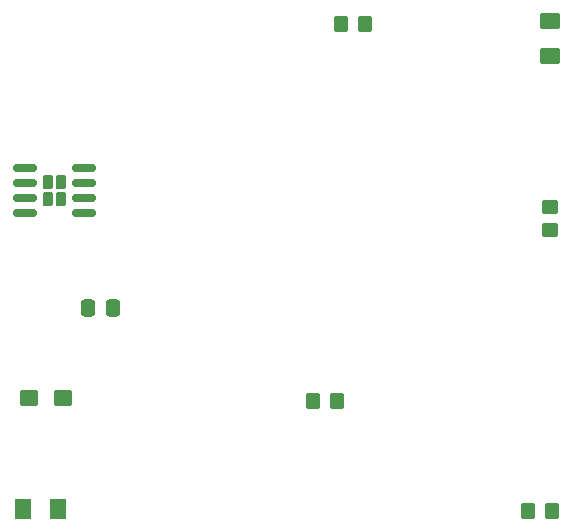
<source format=gbr>
%TF.GenerationSoftware,KiCad,Pcbnew,(6.0.11-0)*%
%TF.CreationDate,2023-03-02T14:01:40-08:00*%
%TF.ProjectId,KICAD Part Two,4b494341-4420-4506-9172-742054776f2e,rev?*%
%TF.SameCoordinates,Original*%
%TF.FileFunction,Paste,Top*%
%TF.FilePolarity,Positive*%
%FSLAX46Y46*%
G04 Gerber Fmt 4.6, Leading zero omitted, Abs format (unit mm)*
G04 Created by KiCad (PCBNEW (6.0.11-0)) date 2023-03-02 14:01:40*
%MOMM*%
%LPD*%
G01*
G04 APERTURE LIST*
G04 Aperture macros list*
%AMRoundRect*
0 Rectangle with rounded corners*
0 $1 Rounding radius*
0 $2 $3 $4 $5 $6 $7 $8 $9 X,Y pos of 4 corners*
0 Add a 4 corners polygon primitive as box body*
4,1,4,$2,$3,$4,$5,$6,$7,$8,$9,$2,$3,0*
0 Add four circle primitives for the rounded corners*
1,1,$1+$1,$2,$3*
1,1,$1+$1,$4,$5*
1,1,$1+$1,$6,$7*
1,1,$1+$1,$8,$9*
0 Add four rect primitives between the rounded corners*
20,1,$1+$1,$2,$3,$4,$5,0*
20,1,$1+$1,$4,$5,$6,$7,0*
20,1,$1+$1,$6,$7,$8,$9,0*
20,1,$1+$1,$8,$9,$2,$3,0*%
G04 Aperture macros list end*
%ADD10RoundRect,0.250000X0.337500X0.475000X-0.337500X0.475000X-0.337500X-0.475000X0.337500X-0.475000X0*%
%ADD11RoundRect,0.250000X0.450000X-0.350000X0.450000X0.350000X-0.450000X0.350000X-0.450000X-0.350000X0*%
%ADD12RoundRect,0.250001X-0.462499X-0.624999X0.462499X-0.624999X0.462499X0.624999X-0.462499X0.624999X0*%
%ADD13RoundRect,0.250000X0.350000X0.450000X-0.350000X0.450000X-0.350000X-0.450000X0.350000X-0.450000X0*%
%ADD14RoundRect,0.250000X0.537500X0.425000X-0.537500X0.425000X-0.537500X-0.425000X0.537500X-0.425000X0*%
%ADD15RoundRect,0.250000X-0.350000X-0.450000X0.350000X-0.450000X0.350000X0.450000X-0.350000X0.450000X0*%
%ADD16RoundRect,0.230000X-0.230000X-0.375000X0.230000X-0.375000X0.230000X0.375000X-0.230000X0.375000X0*%
%ADD17RoundRect,0.150000X-0.825000X-0.150000X0.825000X-0.150000X0.825000X0.150000X-0.825000X0.150000X0*%
%ADD18RoundRect,0.250001X0.624999X-0.462499X0.624999X0.462499X-0.624999X0.462499X-0.624999X-0.462499X0*%
G04 APERTURE END LIST*
D10*
%TO.C,C2*%
X191537500Y-109220000D03*
X189462500Y-109220000D03*
%TD*%
D11*
%TO.C,R3*%
X228600000Y-102600000D03*
X228600000Y-100600000D03*
%TD*%
D12*
%TO.C,D2*%
X183932500Y-126200000D03*
X186907500Y-126200000D03*
%TD*%
D13*
%TO.C,R4*%
X228725000Y-126335000D03*
X226725000Y-126335000D03*
%TD*%
D14*
%TO.C,C1*%
X187317500Y-116830000D03*
X184442500Y-116830000D03*
%TD*%
D15*
%TO.C,R1*%
X210905872Y-85110000D03*
X212905872Y-85110000D03*
%TD*%
D16*
%TO.C,U1*%
X187175000Y-98495000D03*
X186035000Y-99995000D03*
X186035000Y-98495000D03*
X187175000Y-99995000D03*
D17*
X184130000Y-97340000D03*
X184130000Y-98610000D03*
X184130000Y-99880000D03*
X184130000Y-101150000D03*
X189080000Y-101150000D03*
X189080000Y-99880000D03*
X189080000Y-98610000D03*
X189080000Y-97340000D03*
%TD*%
D18*
%TO.C,D1*%
X228600000Y-87847500D03*
X228600000Y-84872500D03*
%TD*%
D13*
%TO.C,R2*%
X210510000Y-117020000D03*
X208510000Y-117020000D03*
%TD*%
M02*

</source>
